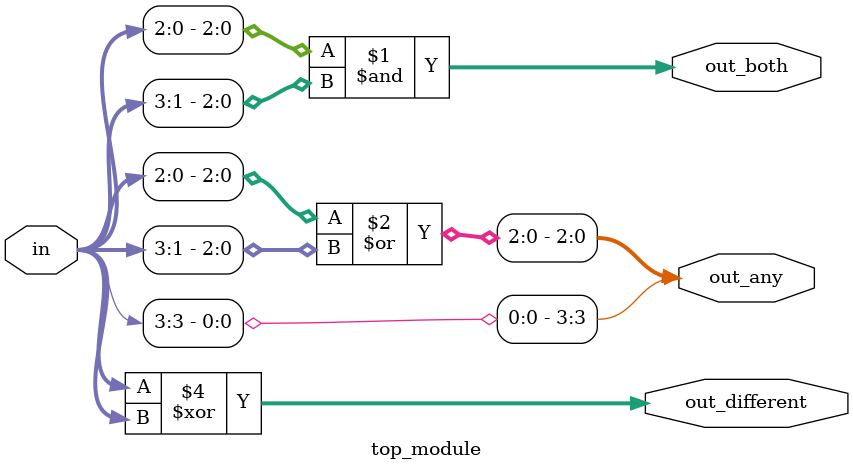
<source format=sv>
module top_module (
	input [3:0] in,
	output [2:0] out_both,
	output [3:0] out_any,
	output [3:0] out_different
);
	assign out_both = in[2:0] & in[3:1];
	assign out_any = {in[3] | 1'b0, in[2:0] | in[3:1]};
	assign out_different = in ^ {in[3:1], in[0]};
endmodule

</source>
